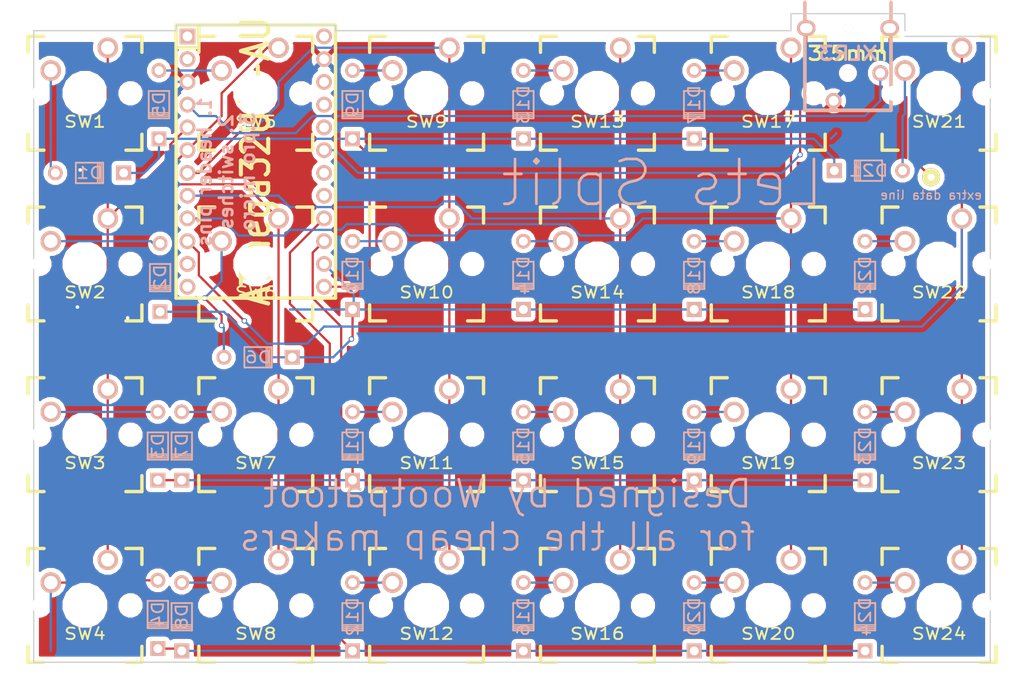
<source format=kicad_pcb>
(kicad_pcb (version 20171130) (host pcbnew "(5.1.12)-1")
  (layers (0 F.Cu signal) (31 B.Cu signal) (34 B.Paste user hide) (35 F.Paste user hide) (36 B.SilkS user hide) (37 F.SilkS user hide) (38 B.Mask user hide) (39 F.Mask user hide) (44 Edge.Cuts user))
  (net 0 "")
  (net 1 "Net-(D1-Pad1)")
  (net 2 row0)
  (net 3 "Net-(D2-Pad1)")
  (net 4 "Net-(D3-Pad1)")
  (net 5 row2)
  (net 6 "Net-(D4-Pad1)")
  (net 7 row3)
  (net 8 "Net-(D5-Pad1)")
  (net 9 "Net-(D6-Pad1)")
  (net 10 "Net-(D7-Pad1)")
  (net 11 "Net-(D8-Pad1)")
  (net 12 "Net-(D9-Pad1)")
  (net 13 "Net-(D10-Pad1)")
  (net 14 "Net-(D11-Pad1)")
  (net 15 "Net-(D12-Pad1)")
  (net 16 "Net-(D13-Pad1)")
  (net 17 "Net-(D14-Pad1)")
  (net 18 "Net-(D15-Pad1)")
  (net 19 "Net-(D16-Pad1)")
  (net 20 "Net-(D17-Pad1)")
  (net 21 "Net-(D18-Pad1)")
  (net 22 "Net-(D19-Pad1)")
  (net 23 "Net-(D20-Pad1)")
  (net 24 "Net-(D21-Pad1)")
  (net 25 "Net-(D22-Pad1)")
  (net 26 "Net-(D23-Pad1)")
  (net 27 "Net-(D24-Pad1)")
  (net 28 col0)
  (net 29 col1)
  (net 30 col2)
  (net 31 col3)
  (net 32 col4)
  (net 33 col5)
  (net 34 "Net-(U1-Pad1)")
  (net 35 "Net-(U1-Pad11)")
  (net 36 "Net-(U1-Pad12)")
  (net 37 row1)
  (net 38 "Net-(U1-Pad22)")
  (net 39 data)
  (net 40 "Net-(U1-Pad25)")
  (net 41 "Net-(U1-Pad26)")
  (net 42 "Net-(U1-Pad29)")
  (net 43 VCC)
  (net 44 GND)
  (net 45 "Net-(U1-Pad23)")
  (net 46 "Net-(U1-Pad2)")
  (net 47 "Net-(K1-Pad4)")
  (net 48 "Net-(U1-Pad27)")
  (module footprint:TEENSY_2.0 (layer F.Cu) (at 59.69 48.26 270)
    (fp_text reference U1 hide)
    (fp_text value ATmega32U4-AU (at 0 0 270) (layer F.SilkS) (effects (font (size 3.048 2.54) (thickness 0.4572))))
    (pad 1 thru_hole rect (at -13.97 7.62 270) (size 1.7526 1.7526) (drill 1.0922) (layers *.Cu *.SilkS *.Mask) (net 34 "Net-(U1-Pad1)"))
    (pad 2 thru_hole circle (at -11.43 7.62 270) (size 1.7526 1.7526) (drill 1.0922) (layers *.Cu *.SilkS *.Mask) (net 46 "Net-(U1-Pad2)"))
    (pad 3 thru_hole circle (at -8.89 7.62 270) (size 1.7526 1.7526) (drill 1.0922) (layers *.Cu *.SilkS *.Mask) (net 44 GND))
    (pad 4 thru_hole circle (at -6.35 7.62 270) (size 1.7526 1.7526) (drill 1.0922) (layers *.Cu *.SilkS *.Mask) (net 43 VCC))
    (pad 5 thru_hole circle (at -3.81 7.62 270) (size 1.7526 1.7526) (drill 1.0922) (layers *.Cu *.SilkS *.Mask) (net 28 col0))
    (pad 6 thru_hole circle (at -1.27 7.62 270) (size 1.7526 1.7526) (drill 1.0922) (layers *.Cu *.SilkS *.Mask) (net 29 col1))
    (pad 7 thru_hole circle (at 1.27 7.62 270) (size 1.7526 1.7526) (drill 1.0922) (layers *.Cu *.SilkS *.Mask) (net 30 col2))
    (pad 8 thru_hole circle (at 3.81 7.62 270) (size 1.7526 1.7526) (drill 1.0922) (layers *.Cu *.SilkS *.Mask) (net 31 col3))
    (pad 9 thru_hole circle (at 6.35 7.62 270) (size 1.7526 1.7526) (drill 1.0922) (layers *.Cu *.SilkS *.Mask) (net 32 col4))
    (pad 10 thru_hole circle (at 8.89 7.62 270) (size 1.7526 1.7526) (drill 1.0922) (layers *.Cu *.SilkS *.Mask) (net 33 col5))
    (pad 11 thru_hole circle (at 11.43 7.62 270) (size 1.7526 1.7526) (drill 1.0922) (layers *.Cu *.SilkS *.Mask) (net 35 "Net-(U1-Pad11)"))
    (pad 12 thru_hole circle (at 13.97 7.62 270) (size 1.7526 1.7526) (drill 1.0922) (layers *.Cu *.SilkS *.Mask) (net 36 "Net-(U1-Pad12)"))
    (pad 18 thru_hole circle (at 13.97 -7.62 270) (size 1.7526 1.7526) (drill 1.0922) (layers *.Cu *.SilkS *.Mask) (net 2 row0))
    (pad 19 thru_hole circle (at 11.43 -7.62 270) (size 1.7526 1.7526) (drill 1.0922) (layers *.Cu *.SilkS *.Mask) (net 37 row1))
    (pad 20 thru_hole circle (at 8.89 -7.62 270) (size 1.7526 1.7526) (drill 1.0922) (layers *.Cu *.SilkS *.Mask) (net 5 row2))
    (pad 21 thru_hole circle (at 6.35 -7.62 270) (size 1.7526 1.7526) (drill 1.0922) (layers *.Cu *.SilkS *.Mask) (net 7 row3))
    (pad 22 thru_hole circle (at 3.81 -7.62 270) (size 1.7526 1.7526) (drill 1.0922) (layers *.Cu *.SilkS *.Mask) (net 38 "Net-(U1-Pad22)"))
    (pad 23 thru_hole circle (at 1.27 -7.62 270) (size 1.7526 1.7526) (drill 1.0922) (layers *.Cu *.SilkS *.Mask) (net 45 "Net-(U1-Pad23)"))
    (pad 24 thru_hole circle (at -1.27 -7.62 270) (size 1.7526 1.7526) (drill 1.0922) (layers *.Cu *.SilkS *.Mask) (net 39 data))
    (pad 27 thru_hole circle (at -8.89 -7.62 270) (size 1.7526 1.7526) (drill 1.0922) (layers *.Cu *.SilkS *.Mask) (net 48 "Net-(U1-Pad27)"))
    (pad 28 thru_hole circle (at -11.43 -7.62 270) (size 1.7526 1.7526) (drill 1.0922) (layers *.Cu *.SilkS *.Mask) (net 44 GND))
    (pad 29 thru_hole circle (at -13.97 -7.62 270) (size 1.7526 1.7526) (drill 1.0922) (layers *.Cu *.SilkS *.Mask) (net 42 "Net-(U1-Pad29)"))
    (pad 25 thru_hole circle (at -3.81 -7.62 270) (size 1.7526 1.7526) (drill 1.0922) (layers *.Cu *.SilkS *.Mask) (net 40 "Net-(U1-Pad25)"))
    (pad 26 thru_hole circle (at -6.35 -7.62 270) (size 1.7526 1.7526) (drill 1.0922) (layers *.Cu *.SilkS *.Mask) (net 41 "Net-(U1-Pad26)"))
  )
  (module "cherry mx:CHERRY_PCB_100H" (layer F.Cu) (at 59.69 40.64)
    (fp_text reference SW5 (at 0 3.175) (layer F.SilkS) (effects (font (size 1.27 1.524) (thickness 0.2032))))
    (fp_text value SW_PUSH hide)
    (pad 1 thru_hole circle (at 2.54 -5.08) (size 2.286 2.286) (drill 1.4986) (layers *.Cu *.SilkS *.Mask) (net 29 col1))
    (pad 2 thru_hole circle (at -3.81 -2.54) (size 2.286 2.286) (drill 1.4986) (layers *.Cu *.SilkS *.Mask) (net 8 "Net-(D5-Pad1)"))
    (pad HOLE np_thru_hole circle (at 0 0) (size 3.9878 3.9878) (drill 3.9878) (layers *.Cu))
    (pad HOLE np_thru_hole circle (at -5.08 0) (size 1.7018 1.7018) (drill 1.7018) (layers *.Cu))
    (pad HOLE np_thru_hole circle (at 5.08 0) (size 1.7018 1.7018) (drill 1.7018) (layers *.Cu))
  )
  (module "cherry mx:DIODE" (layer B.Cu) (at 41.148 49.53)
    (fp_text reference D1 (at 0 0) (layer B.SilkS) (effects (font (size 1.27 1.524) (thickness 0.2032)) (justify mirror)))
    (fp_text value D hide)
    (pad 1 thru_hole circle (at -3.81 0) (size 1.651 1.651) (drill 0.9906) (layers *.Cu *.SilkS *.Mask) (net 1 "Net-(D1-Pad1)"))
    (pad 2 thru_hole rect (at 3.81 0) (size 1.651 1.651) (drill 0.9906) (layers *.Cu *.SilkS *.Mask) (net 2 row0))
  )
  (module "cherry mx:DIODE" (layer B.Cu) (at 49.022 61.214 270)
    (fp_text reference D2 (at 0 0 270) (layer B.SilkS) (effects (font (size 1.27 1.524) (thickness 0.2032)) (justify mirror)))
    (fp_text value D hide)
    (pad 1 thru_hole circle (at -3.81 0 270) (size 1.651 1.651) (drill 0.9906) (layers *.Cu *.SilkS *.Mask) (net 3 "Net-(D2-Pad1)"))
    (pad 2 thru_hole rect (at 3.81 0 270) (size 1.651 1.651) (drill 0.9906) (layers *.Cu *.SilkS *.Mask) (net 37 row1))
  )
  (module "cherry mx:DIODE" (layer B.Cu) (at 48.768 80.01 270)
    (fp_text reference D3 (at 0 0 270) (layer B.SilkS) (effects (font (size 1.27 1.524) (thickness 0.2032)) (justify mirror)))
    (fp_text value D hide)
    (pad 1 thru_hole circle (at -3.81 0 270) (size 1.651 1.651) (drill 0.9906) (layers *.Cu *.SilkS *.Mask) (net 4 "Net-(D3-Pad1)"))
    (pad 2 thru_hole rect (at 3.81 0 270) (size 1.651 1.651) (drill 0.9906) (layers *.Cu *.SilkS *.Mask) (net 5 row2))
  )
  (module "cherry mx:DIODE" (layer B.Cu) (at 48.768 98.806 270)
    (fp_text reference D4 (at 0 0 270) (layer B.SilkS) (effects (font (size 1.27 1.524) (thickness 0.2032)) (justify mirror)))
    (fp_text value D hide)
    (pad 1 thru_hole circle (at -3.81 0 270) (size 1.651 1.651) (drill 0.9906) (layers *.Cu *.SilkS *.Mask) (net 6 "Net-(D4-Pad1)"))
    (pad 2 thru_hole rect (at 3.81 0 270) (size 1.651 1.651) (drill 0.9906) (layers *.Cu *.SilkS *.Mask) (net 7 row3))
  )
  (module "cherry mx:DIODE" (layer B.Cu) (at 48.895 41.91 270)
    (fp_text reference D5 (at 0 0 270) (layer B.SilkS) (effects (font (size 1.27 1.524) (thickness 0.2032)) (justify mirror)))
    (fp_text value D hide)
    (pad 1 thru_hole circle (at -3.81 0 270) (size 1.651 1.651) (drill 0.9906) (layers *.Cu *.SilkS *.Mask) (net 8 "Net-(D5-Pad1)"))
    (pad 2 thru_hole rect (at 3.81 0 270) (size 1.651 1.651) (drill 0.9906) (layers *.Cu *.SilkS *.Mask) (net 2 row0))
  )
  (module "cherry mx:DIODE" (layer B.Cu) (at 59.944 70.104)
    (fp_text reference D6 (at 0 0) (layer B.SilkS) (effects (font (size 1.27 1.524) (thickness 0.2032)) (justify mirror)))
    (fp_text value D hide)
    (pad 1 thru_hole circle (at -3.81 0) (size 1.651 1.651) (drill 0.9906) (layers *.Cu *.SilkS *.Mask) (net 9 "Net-(D6-Pad1)"))
    (pad 2 thru_hole rect (at 3.81 0) (size 1.651 1.651) (drill 0.9906) (layers *.Cu *.SilkS *.Mask) (net 37 row1))
  )
  (module "cherry mx:DIODE" (layer B.Cu) (at 51.435 80.01 270)
    (fp_text reference D7 (at 0 0 270) (layer B.SilkS) (effects (font (size 1.27 1.524) (thickness 0.2032)) (justify mirror)))
    (fp_text value D hide)
    (pad 1 thru_hole circle (at -3.81 0 270) (size 1.651 1.651) (drill 0.9906) (layers *.Cu *.SilkS *.Mask) (net 10 "Net-(D7-Pad1)"))
    (pad 2 thru_hole rect (at 3.81 0 270) (size 1.651 1.651) (drill 0.9906) (layers *.Cu *.SilkS *.Mask) (net 5 row2))
  )
  (module "cherry mx:DIODE" (layer B.Cu) (at 51.435 99.06 270)
    (fp_text reference D8 (at 0 0 270) (layer B.SilkS) (effects (font (size 1.27 1.524) (thickness 0.2032)) (justify mirror)))
    (fp_text value D hide)
    (pad 1 thru_hole circle (at -3.81 0 270) (size 1.651 1.651) (drill 0.9906) (layers *.Cu *.SilkS *.Mask) (net 11 "Net-(D8-Pad1)"))
    (pad 2 thru_hole rect (at 3.81 0 270) (size 1.651 1.651) (drill 0.9906) (layers *.Cu *.SilkS *.Mask) (net 7 row3))
  )
  (module "cherry mx:DIODE" (layer B.Cu) (at 70.485 41.91 270)
    (fp_text reference D9 (at 0 0 270) (layer B.SilkS) (effects (font (size 1.27 1.524) (thickness 0.2032)) (justify mirror)))
    (fp_text value D hide)
    (pad 1 thru_hole circle (at -3.81 0 270) (size 1.651 1.651) (drill 0.9906) (layers *.Cu *.SilkS *.Mask) (net 12 "Net-(D9-Pad1)"))
    (pad 2 thru_hole rect (at 3.81 0 270) (size 1.651 1.651) (drill 0.9906) (layers *.Cu *.SilkS *.Mask) (net 2 row0))
  )
  (module "cherry mx:DIODE" (layer B.Cu) (at 70.485 60.96 270)
    (fp_text reference D10 (at 0 0 270) (layer B.SilkS) (effects (font (size 1.27 1.524) (thickness 0.2032)) (justify mirror)))
    (fp_text value D hide)
    (pad 1 thru_hole circle (at -3.81 0 270) (size 1.651 1.651) (drill 0.9906) (layers *.Cu *.SilkS *.Mask) (net 13 "Net-(D10-Pad1)"))
    (pad 2 thru_hole rect (at 3.81 0 270) (size 1.651 1.651) (drill 0.9906) (layers *.Cu *.SilkS *.Mask) (net 37 row1))
  )
  (module "cherry mx:DIODE" (layer B.Cu) (at 70.485 80.01 270)
    (fp_text reference D11 (at 0 0 270) (layer B.SilkS) (effects (font (size 1.27 1.524) (thickness 0.2032)) (justify mirror)))
    (fp_text value D hide)
    (pad 1 thru_hole circle (at -3.81 0 270) (size 1.651 1.651) (drill 0.9906) (layers *.Cu *.SilkS *.Mask) (net 14 "Net-(D11-Pad1)"))
    (pad 2 thru_hole rect (at 3.81 0 270) (size 1.651 1.651) (drill 0.9906) (layers *.Cu *.SilkS *.Mask) (net 5 row2))
  )
  (module "cherry mx:DIODE" (layer B.Cu) (at 70.485 99.06 270)
    (fp_text reference D12 (at 0 0 270) (layer B.SilkS) (effects (font (size 1.27 1.524) (thickness 0.2032)) (justify mirror)))
    (fp_text value D hide)
    (pad 1 thru_hole circle (at -3.81 0 270) (size 1.651 1.651) (drill 0.9906) (layers *.Cu *.SilkS *.Mask) (net 15 "Net-(D12-Pad1)"))
    (pad 2 thru_hole rect (at 3.81 0 270) (size 1.651 1.651) (drill 0.9906) (layers *.Cu *.SilkS *.Mask) (net 7 row3))
  )
  (module "cherry mx:DIODE" (layer B.Cu) (at 89.535 41.91 270)
    (fp_text reference D13 (at 0 0 270) (layer B.SilkS) (effects (font (size 1.27 1.524) (thickness 0.2032)) (justify mirror)))
    (fp_text value D hide)
    (pad 1 thru_hole circle (at -3.81 0 270) (size 1.651 1.651) (drill 0.9906) (layers *.Cu *.SilkS *.Mask) (net 16 "Net-(D13-Pad1)"))
    (pad 2 thru_hole rect (at 3.81 0 270) (size 1.651 1.651) (drill 0.9906) (layers *.Cu *.SilkS *.Mask) (net 2 row0))
  )
  (module "cherry mx:DIODE" (layer B.Cu) (at 89.535 60.96 270)
    (fp_text reference D14 (at 0 0 270) (layer B.SilkS) (effects (font (size 1.27 1.524) (thickness 0.2032)) (justify mirror)))
    (fp_text value D hide)
    (pad 1 thru_hole circle (at -3.81 0 270) (size 1.651 1.651) (drill 0.9906) (layers *.Cu *.SilkS *.Mask) (net 17 "Net-(D14-Pad1)"))
    (pad 2 thru_hole rect (at 3.81 0 270) (size 1.651 1.651) (drill 0.9906) (layers *.Cu *.SilkS *.Mask) (net 37 row1))
  )
  (module "cherry mx:DIODE" (layer B.Cu) (at 89.535 80.01 270)
    (fp_text reference D15 (at 0 0 270) (layer B.SilkS) (effects (font (size 1.27 1.524) (thickness 0.2032)) (justify mirror)))
    (fp_text value D hide)
    (pad 1 thru_hole circle (at -3.81 0 270) (size 1.651 1.651) (drill 0.9906) (layers *.Cu *.SilkS *.Mask) (net 18 "Net-(D15-Pad1)"))
    (pad 2 thru_hole rect (at 3.81 0 270) (size 1.651 1.651) (drill 0.9906) (layers *.Cu *.SilkS *.Mask) (net 5 row2))
  )
  (module "cherry mx:DIODE" (layer B.Cu) (at 89.535 99.06 270)
    (fp_text reference D16 (at 0 0 270) (layer B.SilkS) (effects (font (size 1.27 1.524) (thickness 0.2032)) (justify mirror)))
    (fp_text value D hide)
    (pad 1 thru_hole circle (at -3.81 0 270) (size 1.651 1.651) (drill 0.9906) (layers *.Cu *.SilkS *.Mask) (net 19 "Net-(D16-Pad1)"))
    (pad 2 thru_hole rect (at 3.81 0 270) (size 1.651 1.651) (drill 0.9906) (layers *.Cu *.SilkS *.Mask) (net 7 row3))
  )
  (module "cherry mx:DIODE" (layer B.Cu) (at 108.585 41.91 270)
    (fp_text reference D17 (at 0 0 270) (layer B.SilkS) (effects (font (size 1.27 1.524) (thickness 0.2032)) (justify mirror)))
    (fp_text value D hide)
    (pad 1 thru_hole circle (at -3.81 0 270) (size 1.651 1.651) (drill 0.9906) (layers *.Cu *.SilkS *.Mask) (net 20 "Net-(D17-Pad1)"))
    (pad 2 thru_hole rect (at 3.81 0 270) (size 1.651 1.651) (drill 0.9906) (layers *.Cu *.SilkS *.Mask) (net 2 row0))
  )
  (module "cherry mx:DIODE" (layer B.Cu) (at 108.585 60.96 270)
    (fp_text reference D18 (at 0 0 270) (layer B.SilkS) (effects (font (size 1.27 1.524) (thickness 0.2032)) (justify mirror)))
    (fp_text value D hide)
    (pad 1 thru_hole circle (at -3.81 0 270) (size 1.651 1.651) (drill 0.9906) (layers *.Cu *.SilkS *.Mask) (net 21 "Net-(D18-Pad1)"))
    (pad 2 thru_hole rect (at 3.81 0 270) (size 1.651 1.651) (drill 0.9906) (layers *.Cu *.SilkS *.Mask) (net 37 row1))
  )
  (module "cherry mx:DIODE" (layer B.Cu) (at 108.585 80.01 270)
    (fp_text reference D19 (at 0 0 270) (layer B.SilkS) (effects (font (size 1.27 1.524) (thickness 0.2032)) (justify mirror)))
    (fp_text value D hide)
    (pad 1 thru_hole circle (at -3.81 0 270) (size 1.651 1.651) (drill 0.9906) (layers *.Cu *.SilkS *.Mask) (net 22 "Net-(D19-Pad1)"))
    (pad 2 thru_hole rect (at 3.81 0 270) (size 1.651 1.651) (drill 0.9906) (layers *.Cu *.SilkS *.Mask) (net 5 row2))
  )
  (module "cherry mx:DIODE" (layer B.Cu) (at 108.585 99.06 270)
    (fp_text reference D20 (at 0 0 270) (layer B.SilkS) (effects (font (size 1.27 1.524) (thickness 0.2032)) (justify mirror)))
    (fp_text value D hide)
    (pad 1 thru_hole circle (at -3.81 0 270) (size 1.651 1.651) (drill 0.9906) (layers *.Cu *.SilkS *.Mask) (net 23 "Net-(D20-Pad1)"))
    (pad 2 thru_hole rect (at 3.81 0 270) (size 1.651 1.651) (drill 0.9906) (layers *.Cu *.SilkS *.Mask) (net 7 row3))
  )
  (module "cherry mx:DIODE" (layer B.Cu) (at 128.016 49.276 180)
    (fp_text reference D21 (at 0 0 180) (layer B.SilkS) (effects (font (size 1.27 1.524) (thickness 0.2032)) (justify mirror)))
    (fp_text value D hide)
    (pad 1 thru_hole circle (at -3.81 0 180) (size 1.651 1.651) (drill 0.9906) (layers *.Cu *.SilkS *.Mask) (net 24 "Net-(D21-Pad1)"))
    (pad 2 thru_hole rect (at 3.81 0 180) (size 1.651 1.651) (drill 0.9906) (layers *.Cu *.SilkS *.Mask) (net 2 row0))
  )
  (module "cherry mx:DIODE" (layer B.Cu) (at 127.635 60.96 270)
    (fp_text reference D22 (at 0 0 270) (layer B.SilkS) (effects (font (size 1.27 1.524) (thickness 0.2032)) (justify mirror)))
    (fp_text value D hide)
    (pad 1 thru_hole circle (at -3.81 0 270) (size 1.651 1.651) (drill 0.9906) (layers *.Cu *.SilkS *.Mask) (net 25 "Net-(D22-Pad1)"))
    (pad 2 thru_hole rect (at 3.81 0 270) (size 1.651 1.651) (drill 0.9906) (layers *.Cu *.SilkS *.Mask) (net 37 row1))
  )
  (module "cherry mx:DIODE" (layer B.Cu) (at 127.635 80.01 270)
    (fp_text reference D23 (at 0 0 270) (layer B.SilkS) (effects (font (size 1.27 1.524) (thickness 0.2032)) (justify mirror)))
    (fp_text value D hide)
    (pad 1 thru_hole circle (at -3.81 0 270) (size 1.651 1.651) (drill 0.9906) (layers *.Cu *.SilkS *.Mask) (net 26 "Net-(D23-Pad1)"))
    (pad 2 thru_hole rect (at 3.81 0 270) (size 1.651 1.651) (drill 0.9906) (layers *.Cu *.SilkS *.Mask) (net 5 row2))
  )
  (module "cherry mx:DIODE" (layer B.Cu) (at 127.635 99.06 270)
    (fp_text reference D24 (at 0 0 270) (layer B.SilkS) (effects (font (size 1.27 1.524) (thickness 0.2032)) (justify mirror)))
    (fp_text value D hide)
    (pad 1 thru_hole circle (at -3.81 0 270) (size 1.651 1.651) (drill 0.9906) (layers *.Cu *.SilkS *.Mask) (net 27 "Net-(D24-Pad1)"))
    (pad 2 thru_hole rect (at 3.81 0 270) (size 1.651 1.651) (drill 0.9906) (layers *.Cu *.SilkS *.Mask) (net 7 row3))
  )
  (module "cherry mx:CHERRY_PCB_100H" (layer F.Cu) (at 40.64 40.64)
    (fp_text reference SW1 (at 0 3.175) (layer F.SilkS) (effects (font (size 1.27 1.524) (thickness 0.2032))))
    (fp_text value SW_PUSH hide)
    (pad 1 thru_hole circle (at 2.54 -5.08) (size 2.286 2.286) (drill 1.4986) (layers *.Cu *.SilkS *.Mask) (net 28 col0))
    (pad 2 thru_hole circle (at -3.81 -2.54) (size 2.286 2.286) (drill 1.4986) (layers *.Cu *.SilkS *.Mask) (net 1 "Net-(D1-Pad1)"))
    (pad HOLE np_thru_hole circle (at 0 0) (size 3.9878 3.9878) (drill 3.9878) (layers *.Cu))
    (pad HOLE np_thru_hole circle (at -5.08 0) (size 1.7018 1.7018) (drill 1.7018) (layers *.Cu))
    (pad HOLE np_thru_hole circle (at 5.08 0) (size 1.7018 1.7018) (drill 1.7018) (layers *.Cu))
  )
  (module "cherry mx:CHERRY_PCB_100H" (layer F.Cu) (at 40.64 59.69)
    (fp_text reference SW2 (at 0 3.175) (layer F.SilkS) (effects (font (size 1.27 1.524) (thickness 0.2032))))
    (fp_text value SW_PUSH hide)
    (pad 1 thru_hole circle (at 2.54 -5.08) (size 2.286 2.286) (drill 1.4986) (layers *.Cu *.SilkS *.Mask) (net 28 col0))
    (pad 2 thru_hole circle (at -3.81 -2.54) (size 2.286 2.286) (drill 1.4986) (layers *.Cu *.SilkS *.Mask) (net 3 "Net-(D2-Pad1)"))
    (pad HOLE np_thru_hole circle (at 0 0) (size 3.9878 3.9878) (drill 3.9878) (layers *.Cu))
    (pad HOLE np_thru_hole circle (at -5.08 0) (size 1.7018 1.7018) (drill 1.7018) (layers *.Cu))
    (pad HOLE np_thru_hole circle (at 5.08 0) (size 1.7018 1.7018) (drill 1.7018) (layers *.Cu))
  )
  (module "cherry mx:CHERRY_PCB_100H" (layer F.Cu) (at 40.64 78.74)
    (fp_text reference SW3 (at 0 3.175) (layer F.SilkS) (effects (font (size 1.27 1.524) (thickness 0.2032))))
    (fp_text value SW_PUSH hide)
    (pad 1 thru_hole circle (at 2.54 -5.08) (size 2.286 2.286) (drill 1.4986) (layers *.Cu *.SilkS *.Mask) (net 28 col0))
    (pad 2 thru_hole circle (at -3.81 -2.54) (size 2.286 2.286) (drill 1.4986) (layers *.Cu *.SilkS *.Mask) (net 4 "Net-(D3-Pad1)"))
    (pad HOLE np_thru_hole circle (at 0 0) (size 3.9878 3.9878) (drill 3.9878) (layers *.Cu))
    (pad HOLE np_thru_hole circle (at -5.08 0) (size 1.7018 1.7018) (drill 1.7018) (layers *.Cu))
    (pad HOLE np_thru_hole circle (at 5.08 0) (size 1.7018 1.7018) (drill 1.7018) (layers *.Cu))
  )
  (module "cherry mx:CHERRY_PCB_100H" (layer F.Cu) (at 40.64 97.79)
    (fp_text reference SW4 (at 0 3.175) (layer F.SilkS) (effects (font (size 1.27 1.524) (thickness 0.2032))))
    (fp_text value SW_PUSH hide)
    (pad 1 thru_hole circle (at 2.54 -5.08) (size 2.286 2.286) (drill 1.4986) (layers *.Cu *.SilkS *.Mask) (net 28 col0))
    (pad 2 thru_hole circle (at -3.81 -2.54) (size 2.286 2.286) (drill 1.4986) (layers *.Cu *.SilkS *.Mask) (net 6 "Net-(D4-Pad1)"))
    (pad HOLE np_thru_hole circle (at 0 0) (size 3.9878 3.9878) (drill 3.9878) (layers *.Cu))
    (pad HOLE np_thru_hole circle (at -5.08 0) (size 1.7018 1.7018) (drill 1.7018) (layers *.Cu))
    (pad HOLE np_thru_hole circle (at 5.08 0) (size 1.7018 1.7018) (drill 1.7018) (layers *.Cu))
  )
  (module "cherry mx:CHERRY_PCB_100H" (layer F.Cu) (at 59.69 59.69)
    (fp_text reference SW6 (at 0 3.175) (layer F.SilkS) (effects (font (size 1.27 1.524) (thickness 0.2032))))
    (fp_text value SW_PUSH hide)
    (pad 1 thru_hole circle (at 2.54 -5.08) (size 2.286 2.286) (drill 1.4986) (layers *.Cu *.SilkS *.Mask) (net 29 col1))
    (pad 2 thru_hole circle (at -3.81 -2.54) (size 2.286 2.286) (drill 1.4986) (layers *.Cu *.SilkS *.Mask) (net 9 "Net-(D6-Pad1)"))
    (pad HOLE np_thru_hole circle (at 0 0) (size 3.9878 3.9878) (drill 3.9878) (layers *.Cu))
    (pad HOLE np_thru_hole circle (at -5.08 0) (size 1.7018 1.7018) (drill 1.7018) (layers *.Cu))
    (pad HOLE np_thru_hole circle (at 5.08 0) (size 1.7018 1.7018) (drill 1.7018) (layers *.Cu))
  )
  (module "cherry mx:CHERRY_PCB_100H" (layer F.Cu) (at 59.69 78.74)
    (fp_text reference SW7 (at 0 3.175) (layer F.SilkS) (effects (font (size 1.27 1.524) (thickness 0.2032))))
    (fp_text value SW_PUSH hide)
    (pad 1 thru_hole circle (at 2.54 -5.08) (size 2.286 2.286) (drill 1.4986) (layers *.Cu *.SilkS *.Mask) (net 29 col1))
    (pad 2 thru_hole circle (at -3.81 -2.54) (size 2.286 2.286) (drill 1.4986) (layers *.Cu *.SilkS *.Mask) (net 10 "Net-(D7-Pad1)"))
    (pad HOLE np_thru_hole circle (at 0 0) (size 3.9878 3.9878) (drill 3.9878) (layers *.Cu))
    (pad HOLE np_thru_hole circle (at -5.08 0) (size 1.7018 1.7018) (drill 1.7018) (layers *.Cu))
    (pad HOLE np_thru_hole circle (at 5.08 0) (size 1.7018 1.7018) (drill 1.7018) (layers *.Cu))
  )
  (module "cherry mx:CHERRY_PCB_100H" (layer F.Cu) (at 59.69 97.79)
    (fp_text reference SW8 (at 0 3.175) (layer F.SilkS) (effects (font (size 1.27 1.524) (thickness 0.2032))))
    (fp_text value SW_PUSH hide)
    (pad 1 thru_hole circle (at 2.54 -5.08) (size 2.286 2.286) (drill 1.4986) (layers *.Cu *.SilkS *.Mask) (net 29 col1))
    (pad 2 thru_hole circle (at -3.81 -2.54) (size 2.286 2.286) (drill 1.4986) (layers *.Cu *.SilkS *.Mask) (net 11 "Net-(D8-Pad1)"))
    (pad HOLE np_thru_hole circle (at 0 0) (size 3.9878 3.9878) (drill 3.9878) (layers *.Cu))
    (pad HOLE np_thru_hole circle (at -5.08 0) (size 1.7018 1.7018) (drill 1.7018) (layers *.Cu))
    (pad HOLE np_thru_hole circle (at 5.08 0) (size 1.7018 1.7018) (drill 1.7018) (layers *.Cu))
  )
  (module "cherry mx:CHERRY_PCB_100H" (layer F.Cu) (at 78.74 40.64)
    (fp_text reference SW9 (at 0 3.175) (layer F.SilkS) (effects (font (size 1.27 1.524) (thickness 0.2032))))
    (fp_text value SW_PUSH hide)
    (pad 1 thru_hole circle (at 2.54 -5.08) (size 2.286 2.286) (drill 1.4986) (layers *.Cu *.SilkS *.Mask) (net 30 col2))
    (pad 2 thru_hole circle (at -3.81 -2.54) (size 2.286 2.286) (drill 1.4986) (layers *.Cu *.SilkS *.Mask) (net 12 "Net-(D9-Pad1)"))
    (pad HOLE np_thru_hole circle (at 0 0) (size 3.9878 3.9878) (drill 3.9878) (layers *.Cu))
    (pad HOLE np_thru_hole circle (at -5.08 0) (size 1.7018 1.7018) (drill 1.7018) (layers *.Cu))
    (pad HOLE np_thru_hole circle (at 5.08 0) (size 1.7018 1.7018) (drill 1.7018) (layers *.Cu))
  )
  (module "cherry mx:CHERRY_PCB_100H" (layer F.Cu) (at 78.74 59.69)
    (fp_text reference SW10 (at 0 3.175) (layer F.SilkS) (effects (font (size 1.27 1.524) (thickness 0.2032))))
    (fp_text value SW_PUSH hide)
    (pad 1 thru_hole circle (at 2.54 -5.08) (size 2.286 2.286) (drill 1.4986) (layers *.Cu *.SilkS *.Mask) (net 30 col2))
    (pad 2 thru_hole circle (at -3.81 -2.54) (size 2.286 2.286) (drill 1.4986) (layers *.Cu *.SilkS *.Mask) (net 13 "Net-(D10-Pad1)"))
    (pad HOLE np_thru_hole circle (at 0 0) (size 3.9878 3.9878) (drill 3.9878) (layers *.Cu))
    (pad HOLE np_thru_hole circle (at -5.08 0) (size 1.7018 1.7018) (drill 1.7018) (layers *.Cu))
    (pad HOLE np_thru_hole circle (at 5.08 0) (size 1.7018 1.7018) (drill 1.7018) (layers *.Cu))
  )
  (module "cherry mx:CHERRY_PCB_100H" (layer F.Cu) (at 78.74 78.74)
    (fp_text reference SW11 (at 0 3.175) (layer F.SilkS) (effects (font (size 1.27 1.524) (thickness 0.2032))))
    (fp_text value SW_PUSH hide)
    (pad 1 thru_hole circle (at 2.54 -5.08) (size 2.286 2.286) (drill 1.4986) (layers *.Cu *.SilkS *.Mask) (net 30 col2))
    (pad 2 thru_hole circle (at -3.81 -2.54) (size 2.286 2.286) (drill 1.4986) (layers *.Cu *.SilkS *.Mask) (net 14 "Net-(D11-Pad1)"))
    (pad HOLE np_thru_hole circle (at 0 0) (size 3.9878 3.9878) (drill 3.9878) (layers *.Cu))
    (pad HOLE np_thru_hole circle (at -5.08 0) (size 1.7018 1.7018) (drill 1.7018) (layers *.Cu))
    (pad HOLE np_thru_hole circle (at 5.08 0) (size 1.7018 1.7018) (drill 1.7018) (layers *.Cu))
  )
  (module "cherry mx:CHERRY_PCB_100H" (layer F.Cu) (at 78.74 97.79)
    (fp_text reference SW12 (at 0 3.175) (layer F.SilkS) (effects (font (size 1.27 1.524) (thickness 0.2032))))
    (fp_text value SW_PUSH hide)
    (pad 1 thru_hole circle (at 2.54 -5.08) (size 2.286 2.286) (drill 1.4986) (layers *.Cu *.SilkS *.Mask) (net 30 col2))
    (pad 2 thru_hole circle (at -3.81 -2.54) (size 2.286 2.286) (drill 1.4986) (layers *.Cu *.SilkS *.Mask) (net 15 "Net-(D12-Pad1)"))
    (pad HOLE np_thru_hole circle (at 0 0) (size 3.9878 3.9878) (drill 3.9878) (layers *.Cu))
    (pad HOLE np_thru_hole circle (at -5.08 0) (size 1.7018 1.7018) (drill 1.7018) (layers *.Cu))
    (pad HOLE np_thru_hole circle (at 5.08 0) (size 1.7018 1.7018) (drill 1.7018) (layers *.Cu))
  )
  (module "cherry mx:CHERRY_PCB_100H" (layer F.Cu) (at 97.79 40.64)
    (fp_text reference SW13 (at 0 3.175) (layer F.SilkS) (effects (font (size 1.27 1.524) (thickness 0.2032))))
    (fp_text value SW_PUSH hide)
    (pad 1 thru_hole circle (at 2.54 -5.08) (size 2.286 2.286) (drill 1.4986) (layers *.Cu *.SilkS *.Mask) (net 31 col3))
    (pad 2 thru_hole circle (at -3.81 -2.54) (size 2.286 2.286) (drill 1.4986) (layers *.Cu *.SilkS *.Mask) (net 16 "Net-(D13-Pad1)"))
    (pad HOLE np_thru_hole circle (at 0 0) (size 3.9878 3.9878) (drill 3.9878) (layers *.Cu))
    (pad HOLE np_thru_hole circle (at -5.08 0) (size 1.7018 1.7018) (drill 1.7018) (layers *.Cu))
    (pad HOLE np_thru_hole circle (at 5.08 0) (size 1.7018 1.7018) (drill 1.7018) (layers *.Cu))
  )
  (module "cherry mx:CHERRY_PCB_100H" (layer F.Cu) (at 97.79 59.69)
    (fp_text reference SW14 (at 0 3.175) (layer F.SilkS) (effects (font (size 1.27 1.524) (thickness 0.2032))))
    (fp_text value SW_PUSH hide)
    (pad 1 thru_hole circle (at 2.54 -5.08) (size 2.286 2.286) (drill 1.4986) (layers *.Cu *.SilkS *.Mask) (net 31 col3))
    (pad 2 thru_hole circle (at -3.81 -2.54) (size 2.286 2.286) (drill 1.4986) (layers *.Cu *.SilkS *.Mask) (net 17 "Net-(D14-Pad1)"))
    (pad HOLE np_thru_hole circle (at 0 0) (size 3.9878 3.9878) (drill 3.9878) (layers *.Cu))
    (pad HOLE np_thru_hole circle (at -5.08 0) (size 1.7018 1.7018) (drill 1.7018) (layers *.Cu))
    (pad HOLE np_thru_hole circle (at 5.08 0) (size 1.7018 1.7018) (drill 1.7018) (layers *.Cu))
  )
  (module "cherry mx:CHERRY_PCB_100H" (layer F.Cu) (at 97.79 78.74)
    (fp_text reference SW15 (at 0 3.175) (layer F.SilkS) (effects (font (size 1.27 1.524) (thickness 0.2032))))
    (fp_text value SW_PUSH hide)
    (pad 1 thru_hole circle (at 2.54 -5.08) (size 2.286 2.286) (drill 1.4986) (layers *.Cu *.SilkS *.Mask) (net 31 col3))
    (pad 2 thru_hole circle (at -3.81 -2.54) (size 2.286 2.286) (drill 1.4986) (layers *.Cu *.SilkS *.Mask) (net 18 "Net-(D15-Pad1)"))
    (pad HOLE np_thru_hole circle (at 0 0) (size 3.9878 3.9878) (drill 3.9878) (layers *.Cu))
    (pad HOLE np_thru_hole circle (at -5.08 0) (size 1.7018 1.7018) (drill 1.7018) (layers *.Cu))
    (pad HOLE np_thru_hole circle (at 5.08 0) (size 1.7018 1.7018) (drill 1.7018) (layers *.Cu))
  )
  (module "cherry mx:CHERRY_PCB_100H" (layer F.Cu) (at 97.79 97.79)
    (fp_text reference SW16 (at 0 3.175) (layer F.SilkS) (effects (font (size 1.27 1.524) (thickness 0.2032))))
    (fp_text value SW_PUSH hide)
    (pad 1 thru_hole circle (at 2.54 -5.08) (size 2.286 2.286) (drill 1.4986) (layers *.Cu *.SilkS *.Mask) (net 31 col3))
    (pad 2 thru_hole circle (at -3.81 -2.54) (size 2.286 2.286) (drill 1.4986) (layers *.Cu *.SilkS *.Mask) (net 19 "Net-(D16-Pad1)"))
    (pad HOLE np_thru_hole circle (at 0 0) (size 3.9878 3.9878) (drill 3.9878) (layers *.Cu))
    (pad HOLE np_thru_hole circle (at -5.08 0) (size 1.7018 1.7018) (drill 1.7018) (layers *.Cu))
    (pad HOLE np_thru_hole circle (at 5.08 0) (size 1.7018 1.7018) (drill 1.7018) (layers *.Cu))
  )
  (module "cherry mx:CHERRY_PCB_100H" (layer F.Cu) (at 116.84 40.64)
    (fp_text reference SW17 (at 0 3.175) (layer F.SilkS) (effects (font (size 1.27 1.524) (thickness 0.2032))))
    (fp_text value SW_PUSH hide)
    (pad 1 thru_hole circle (at 2.54 -5.08) (size 2.286 2.286) (drill 1.4986) (layers *.Cu *.SilkS *.Mask) (net 32 col4))
    (pad 2 thru_hole circle (at -3.81 -2.54) (size 2.286 2.286) (drill 1.4986) (layers *.Cu *.SilkS *.Mask) (net 20 "Net-(D17-Pad1)"))
    (pad HOLE np_thru_hole circle (at 0 0) (size 3.9878 3.9878) (drill 3.9878) (layers *.Cu))
    (pad HOLE np_thru_hole circle (at -5.08 0) (size 1.7018 1.7018) (drill 1.7018) (layers *.Cu))
    (pad HOLE np_thru_hole circle (at 5.08 0) (size 1.7018 1.7018) (drill 1.7018) (layers *.Cu))
  )
  (module "cherry mx:CHERRY_PCB_100H" (layer F.Cu) (at 116.84 59.69)
    (fp_text reference SW18 (at 0 3.175) (layer F.SilkS) (effects (font (size 1.27 1.524) (thickness 0.2032))))
    (fp_text value SW_PUSH hide)
    (pad 1 thru_hole circle (at 2.54 -5.08) (size 2.286 2.286) (drill 1.4986) (layers *.Cu *.SilkS *.Mask) (net 32 col4))
    (pad 2 thru_hole circle (at -3.81 -2.54) (size 2.286 2.286) (drill 1.4986) (layers *.Cu *.SilkS *.Mask) (net 21 "Net-(D18-Pad1)"))
    (pad HOLE np_thru_hole circle (at 0 0) (size 3.9878 3.9878) (drill 3.9878) (layers *.Cu))
    (pad HOLE np_thru_hole circle (at -5.08 0) (size 1.7018 1.7018) (drill 1.7018) (layers *.Cu))
    (pad HOLE np_thru_hole circle (at 5.08 0) (size 1.7018 1.7018) (drill 1.7018) (layers *.Cu))
  )
  (module "cherry mx:CHERRY_PCB_100H" (layer F.Cu) (at 116.84 78.74)
    (fp_text reference SW19 (at 0 3.175) (layer F.SilkS) (effects (font (size 1.27 1.524) (thickness 0.2032))))
    (fp_text value SW_PUSH hide)
    (pad 1 thru_hole circle (at 2.54 -5.08) (size 2.286 2.286) (drill 1.4986) (layers *.Cu *.SilkS *.Mask) (net 32 col4))
    (pad 2 thru_hole circle (at -3.81 -2.54) (size 2.286 2.286) (drill 1.4986) (layers *.Cu *.SilkS *.Mask) (net 22 "Net-(D19-Pad1)"))
    (pad HOLE np_thru_hole circle (at 0 0) (size 3.9878 3.9878) (drill 3.9878) (layers *.Cu))
    (pad HOLE np_thru_hole circle (at -5.08 0) (size 1.7018 1.7018) (drill 1.7018) (layers *.Cu))
    (pad HOLE np_thru_hole circle (at 5.08 0) (size 1.7018 1.7018) (drill 1.7018) (layers *.Cu))
  )
  (module "cherry mx:CHERRY_PCB_100H" (layer F.Cu) (at 116.84 97.79)
    (fp_text reference SW20 (at 0 3.175) (layer F.SilkS) (effects (font (size 1.27 1.524) (thickness 0.2032))))
    (fp_text value SW_PUSH hide)
    (pad 1 thru_hole circle (at 2.54 -5.08) (size 2.286 2.286) (drill 1.4986) (layers *.Cu *.SilkS *.Mask) (net 32 col4))
    (pad 2 thru_hole circle (at -3.81 -2.54) (size 2.286 2.286) (drill 1.4986) (layers *.Cu *.SilkS *.Mask) (net 23 "Net-(D20-Pad1)"))
    (pad HOLE np_thru_hole circle (at 0 0) (size 3.9878 3.9878) (drill 3.9878) (layers *.Cu))
    (pad HOLE np_thru_hole circle (at -5.08 0) (size 1.7018 1.7018) (drill 1.7018) (layers *.Cu))
    (pad HOLE np_thru_hole circle (at 5.08 0) (size 1.7018 1.7018) (drill 1.7018) (layers *.Cu))
  )
  (module "cherry mx:CHERRY_PCB_100H" (layer F.Cu) (at 135.89 40.64)
    (fp_text reference SW21 (at 0 3.175) (layer F.SilkS) (effects (font (size 1.27 1.524) (thickness 0.2032))))
    (fp_text value SW_PUSH hide)
    (pad 1 thru_hole circle (at 2.54 -5.08) (size 2.286 2.286) (drill 1.4986) (layers *.Cu *.SilkS *.Mask) (net 33 col5))
    (pad 2 thru_hole circle (at -3.81 -2.54) (size 2.286 2.286) (drill 1.4986) (layers *.Cu *.SilkS *.Mask) (net 24 "Net-(D21-Pad1)"))
    (pad HOLE np_thru_hole circle (at 0 0) (size 3.9878 3.9878) (drill 3.9878) (layers *.Cu))
    (pad HOLE np_thru_hole circle (at -5.08 0) (size 1.7018 1.7018) (drill 1.7018) (layers *.Cu))
    (pad HOLE np_thru_hole circle (at 5.08 0) (size 1.7018 1.7018) (drill 1.7018) (layers *.Cu))
  )
  (module "cherry mx:CHERRY_PCB_100H" (layer F.Cu) (at 135.89 59.69)
    (fp_text reference SW22 (at 0 3.175) (layer F.SilkS) (effects (font (size 1.27 1.524) (thickness 0.2032))))
    (fp_text value SW_PUSH hide)
    (pad 1 thru_hole circle (at 2.54 -5.08) (size 2.286 2.286) (drill 1.4986) (layers *.Cu *.SilkS *.Mask) (net 33 col5))
    (pad 2 thru_hole circle (at -3.81 -2.54) (size 2.286 2.286) (drill 1.4986) (layers *.Cu *.SilkS *.Mask) (net 25 "Net-(D22-Pad1)"))
    (pad HOLE np_thru_hole circle (at 0 0) (size 3.9878 3.9878) (drill 3.9878) (layers *.Cu))
    (pad HOLE np_thru_hole circle (at -5.08 0) (size 1.7018 1.7018) (drill 1.7018) (layers *.Cu))
    (pad HOLE np_thru_hole circle (at 5.08 0) (size 1.7018 1.7018) (drill 1.7018) (layers *.Cu))
  )
  (module "cherry mx:CHERRY_PCB_100H" (layer F.Cu) (at 135.89 78.74)
    (fp_text reference SW23 (at 0 3.175) (layer F.SilkS) (effects (font (size 1.27 1.524) (thickness 0.2032))))
    (fp_text value SW_PUSH hide)
    (pad 1 thru_hole circle (at 2.54 -5.08) (size 2.286 2.286) (drill 1.4986) (layers *.Cu *.SilkS *.Mask) (net 33 col5))
    (pad 2 thru_hole circle (at -3.81 -2.54) (size 2.286 2.286) (drill 1.4986) (layers *.Cu *.SilkS *.Mask) (net 26 "Net-(D23-Pad1)"))
    (pad HOLE np_thru_hole circle (at 0 0) (size 3.9878 3.9878) (drill 3.9878) (layers *.Cu))
    (pad HOLE np_thru_hole circle (at -5.08 0) (size 1.7018 1.7018) (drill 1.7018) (layers *.Cu))
    (pad HOLE np_thru_hole circle (at 5.08 0) (size 1.7018 1.7018) (drill 1.7018) (layers *.Cu))
  )
  (module "cherry mx:CHERRY_PCB_100H" (layer F.Cu) (at 135.89 97.79)
    (fp_text reference SW24 (at 0 3.175) (layer F.SilkS) (effects (font (size 1.27 1.524) (thickness 0.2032))))
    (fp_text value SW_PUSH hide)
    (pad 1 thru_hole circle (at 2.54 -5.08) (size 2.286 2.286) (drill 1.4986) (layers *.Cu *.SilkS *.Mask) (net 33 col5))
    (pad 2 thru_hole circle (at -3.81 -2.54) (size 2.286 2.286) (drill 1.4986) (layers *.Cu *.SilkS *.Mask) (net 27 "Net-(D24-Pad1)"))
    (pad HOLE np_thru_hole circle (at 0 0) (size 3.9878 3.9878) (drill 3.9878) (layers *.Cu))
    (pad HOLE np_thru_hole circle (at -5.08 0) (size 1.7018 1.7018) (drill 1.7018) (layers *.Cu))
    (pad HOLE np_thru_hole circle (at 5.08 0) (size 1.7018 1.7018) (drill 1.7018) (layers *.Cu))
  )
  (module footprint:4pin35mmAudio (layer B.Cu) (at 125.73 30.48 270)
    (fp_text reference K1 hide)
    (fp_text value XLR3 (at 5.715 0 180) (layer B.SilkS) (effects (font (size 1.524 1.778) (thickness 0.3048)) (justify mirror)))
    (fp_text user 3.5mm (at 5.715 0 180) (layer F.SilkS) (effects (font (size 1.524 1.778) (thickness 0.3048))))
    (pad 1 thru_hole oval (at 2.8956 4.6482 270) (size 1.7526 2.0574) (drill oval 1.0922 1.397) (layers *.Cu *.Mask B.SilkS) (net 39 data))
    (pad 2 thru_hole circle (at 7.8994 -3.6068 270) (size 1.7526 1.7526) (drill 1.0922) (layers *.Cu *.Mask B.SilkS) (net 43 VCC))
    (pad 3 thru_hole circle (at 10.9982 1.6002 270) (size 1.7526 1.7526) (drill 1.0922) (layers *.Cu *.Mask B.SilkS) (net 44 GND))
    (pad 4 thru_hole oval (at 2.8956 -4.6482 270) (size 1.7526 2.0574) (drill oval 1.0922 1.397) (layers *.Cu *.Mask B.SilkS) (net 47 "Net-(K1-Pad4)"))
    (pad HOLE np_thru_hole circle (at 2.8956 0 270) (size 0.9906 0.9906) (drill 0.9906) (layers *.Cu *.Mask B.SilkS))
    (pad HOLE np_thru_hole circle (at 7.8994 0 270) (size 0.9906 0.9906) (drill 0.9906) (layers *.Cu *.Mask B.SilkS))
  )
  (module Wire_Pads:SolderWirePad_single_0-8mmDrill (layer F.Cu) (at 135 50)
    (fp_text reference "extra data line" (at 0 2) (layer B.SilkS) (effects (justify mirror)))
    (fp_text value TEST_1P)
    (pad 1 thru_hole circle (at 0 0) (size 1.99898 1.99898) (drill 0.8001) (layers *.Cu *.Mask F.SilkS) (net 47 "Net-(K1-Pad4)"))
  )
  (gr_line (start 132.08 31.75) (end 132.08 33.655) (angle 90) (layer Edge.Cuts) (width 0.15))
  (gr_line (start 119.38 31.75) (end 119.38 33.02) (angle 90) (layer Edge.Cuts) (width 0.15))
  (gr_line (start 34.925 33.655) (end 50.8 33.655) (angle 90) (layer Edge.Cuts) (width 0.15))
  (gr_line (start 34.925 104.14) (end 141.605 104.14) (angle 90) (layer Edge.Cuts) (width 0.15))
  (gr_line (start 34.925 34.29) (end 34.925 33.655) (angle 90) (layer Edge.Cuts) (width 0.15))
  (gr_line (start 132.08 34.29) (end 141.605 34.29) (angle 90) (layer Edge.Cuts) (width 0.15))
  (gr_text "Designed by Wootpatoot\n for all the cheap makers" (at 87.757 87.757) (layer B.SilkS) (effects (font (size 3 3) (thickness 0.3)) (justify mirror)))
  (gr_text "1. header pins\n2. switches\n3.pro micro" (at 56.388 49.403 90) (layer B.SilkS) (effects (font (size 1.5 1.5) (thickness 0.3)) (justify mirror)))
  (gr_text "Lets Split\n" (at 105.029 50.673) (layer B.SilkS) (effects (font (size 5 5) (thickness 0.3)) (justify mirror)))
  (gr_line (start 50.8 33.02) (end 50.8 33.655) (angle 90) (layer Edge.Cuts) (width 0.15))
  (gr_line (start 68.58 33.02) (end 50.8 33.02) (angle 90) (layer Edge.Cuts) (width 0.15))
  (gr_line (start 68.58 33.655) (end 68.58 33.02) (angle 90) (layer Edge.Cuts) (width 0.15))
  (gr_line (start 119.38 33.655) (end 68.58 33.655) (angle 90) (layer Edge.Cuts) (width 0.15))
  (gr_line (start 119.38 33.02) (end 119.38 33.655) (angle 90) (layer Edge.Cuts) (width 0.15))
  (gr_line (start 132.08 31.75) (end 119.38 31.75) (angle 90) (layer Edge.Cuts) (width 0.15))
  (gr_line (start 141.605 104.14) (end 141.605 34.29) (angle 90) (layer Edge.Cuts) (width 0.15))
  (gr_line (start 34.925 34.29) (end 34.925 104.14) (angle 90) (layer Edge.Cuts) (width 0.15))
  (segment (start 123.825 45.72) (end 124.46 45.085) (width 0.25) (layer B.Cu) (net 0))
  (segment (start 36.83 49.022) (end 36.83 45.72) (width 0.25) (layer B.Cu) (net 1))
  (segment (start 36.83 45.72) (end 36.83 38.1) (width 0.25) (layer B.Cu) (net 1))
  (segment (start 36.83 49.022) (end 37.338 49.53) (width 0.25) (layer B.Cu) (net 1))
  (segment (start 48.895 45.72) (end 48.895 47.879) (width 0.25) (layer B.Cu) (net 2))
  (segment (start 47.244 49.53) (end 44.958 49.53) (width 0.25) (layer B.Cu) (net 2))
  (segment (start 48.895 47.879) (end 47.244 49.53) (width 0.25) (layer B.Cu) (net 2))
  (segment (start 108.585 45.72) (end 89.535 45.72) (width 0.25) (layer B.Cu) (net 2))
  (segment (start 124.206 49.276) (end 124.206 48.006) (width 0.25) (layer B.Cu) (net 2))
  (segment (start 121.92 45.72) (end 108.585 45.72) (width 0.25) (layer B.Cu) (net 2))
  (segment (start 124.206 48.006) (end 121.92 45.72) (width 0.25) (layer B.Cu) (net 2))
  (segment (start 67.31 62.23) (end 70.485 62.23) (width 0.25) (layer F.Cu) (net 2))
  (segment (start 72.39 47.625) (end 70.485 45.72) (width 0.25) (layer F.Cu) (net 2))
  (segment (start 72.39 60.325) (end 72.39 47.625) (width 0.25) (layer F.Cu) (net 2))
  (segment (start 70.485 62.23) (end 72.39 60.325) (width 0.25) (layer F.Cu) (net 2))
  (segment (start 70.485 45.72) (end 89.535 45.72) (width 0.25) (layer B.Cu) (net 2))
  (segment (start 48.895 45.72) (end 70.485 45.72) (width 0.25) (layer B.Cu) (net 2))
  (segment (start 36.83 57.15) (end 48.006 57.15) (width 0.25) (layer B.Cu) (net 3))
  (segment (start 48.006 57.15) (end 48.26 57.404) (width 0.25) (layer B.Cu) (net 3))
  (segment (start 48.26 57.404) (end 49.022 57.404) (width 0.25) (layer B.Cu) (net 3))
  (segment (start 36.83 76.2) (end 48.768 76.2) (width 0.25) (layer B.Cu) (net 4))
  (segment (start 48.768 83.82) (end 51.435 83.82) (width 0.25) (layer F.Cu) (net 5))
  (segment (start 70.485 83.82) (end 70.485 78.105) (width 0.25) (layer F.Cu) (net 5))
  (segment (start 66.04 58.42) (end 67.31 57.15) (width 0.25) (layer F.Cu) (net 5))
  (segment (start 66.04 63.5) (end 66.04 58.42) (width 0.25) (layer F.Cu) (net 5))
  (segment (start 69.215 66.675) (end 66.04 63.5) (width 0.25) (layer F.Cu) (net 5))
  (segment (start 69.215 76.835) (end 69.215 66.675) (width 0.25) (layer F.Cu) (net 5))
  (segment (start 70.485 78.105) (end 69.215 76.835) (width 0.25) (layer F.Cu) (net 5))
  (segment (start 108.585 83.82) (end 127.635 83.82) (width 0.25) (layer B.Cu) (net 5))
  (segment (start 89.535 83.82) (end 108.585 83.82) (width 0.25) (layer B.Cu) (net 5))
  (segment (start 70.485 83.82) (end 89.535 83.82) (width 0.25) (layer B.Cu) (net 5))
  (segment (start 51.435 83.82) (end 70.485 83.82) (width 0.25) (layer B.Cu) (net 5))
  (segment (start 36.83 95.25) (end 38.608 95.25) (width 0.25) (layer F.Cu) (net 6))
  (segment (start 38.862 94.996) (end 48.768 94.996) (width 0.25) (layer F.Cu) (net 6))
  (segment (start 38.608 95.25) (end 38.862 94.996) (width 0.25) (layer F.Cu) (net 6))
  (segment (start 36.83 95.25) (end 36.83 102.87) (width 0.25) (layer B.Cu) (net 6))
  (segment (start 48.768 102.616) (end 51.181 102.616) (width 0.25) (layer F.Cu) (net 7))
  (segment (start 51.181 102.616) (end 51.435 102.87) (width 0.25) (layer F.Cu) (net 7))
  (segment (start 67.31 54.61) (end 63.5 58.42) (width 0.25) (layer F.Cu) (net 7))
  (segment (start 67.945 100.33) (end 70.485 102.87) (width 0.25) (layer F.Cu) (net 7))
  (segment (start 67.945 68.58) (end 67.945 100.33) (width 0.25) (layer F.Cu) (net 7))
  (segment (start 63.5 64.135) (end 67.945 68.58) (width 0.25) (layer F.Cu) (net 7))
  (segment (start 63.5 58.42) (end 63.5 64.135) (width 0.25) (layer F.Cu) (net 7))
  (segment (start 108.585 102.87) (end 127.635 102.87) (width 0.25) (layer B.Cu) (net 7))
  (segment (start 89.535 102.87) (end 108.585 102.87) (width 0.25) (layer B.Cu) (net 7))
  (segment (start 70.485 102.87) (end 89.535 102.87) (width 0.25) (layer B.Cu) (net 7))
  (segment (start 51.435 102.87) (end 70.485 102.87) (width 0.25) (layer B.Cu) (net 7))
  (segment (start 55.88 38.1) (end 48.895 38.1) (width 0.25) (layer B.Cu) (net 8))
  (via (at 55.88 66.548) (size 0.6) (drill 0.4) (layers F.Cu B.Cu) (net 9))
  (segment (start 56.134 70.104) (end 56.134 66.802) (width 0.25) (layer B.Cu) (net 9))
  (segment (start 56.134 66.802) (end 55.88 66.548) (width 0.25) (layer B.Cu) (net 9))
  (segment (start 55.88 66.675) (end 55.88 66.548) (width 0.25) (layer F.Cu) (net 9))
  (segment (start 55.88 66.548) (end 55.88 65.405) (width 0.25) (layer F.Cu) (net 9))
  (segment (start 55.88 61.595) (end 55.88 57.15) (width 0.25) (layer B.Cu) (net 9))
  (segment (start 53.975 63.5) (end 55.88 61.595) (width 0.25) (layer B.Cu) (net 9))
  (via (at 53.975 63.5) (size 0.6) (drill 0.4) (layers F.Cu B.Cu) (net 9))
  (segment (start 55.88 65.405) (end 53.975 63.5) (width 0.25) (layer F.Cu) (net 9))
  (segment (start 55.88 76.2) (end 51.435 76.2) (width 0.25) (layer B.Cu) (net 10))
  (segment (start 55.88 95.25) (end 51.435 95.25) (width 0.25) (layer B.Cu) (net 11))
  (segment (start 74.93 38.1) (end 70.485 38.1) (width 0.25) (layer B.Cu) (net 12))
  (segment (start 74.93 57.15) (end 70.485 57.15) (width 0.25) (layer B.Cu) (net 13))
  (segment (start 74.93 76.2) (end 70.485 76.2) (width 0.25) (layer B.Cu) (net 14))
  (segment (start 74.93 95.25) (end 70.485 95.25) (width 0.25) (layer B.Cu) (net 15))
  (segment (start 89.535 38.1) (end 93.98 38.1) (width 0.25) (layer B.Cu) (net 16))
  (segment (start 93.98 57.15) (end 89.535 57.15) (width 0.25) (layer B.Cu) (net 17))
  (segment (start 93.98 76.2) (end 89.535 76.2) (width 0.25) (layer B.Cu) (net 18))
  (segment (start 93.98 95.25) (end 89.535 95.25) (width 0.25) (layer B.Cu) (net 19))
  (segment (start 113.03 38.1) (end 108.585 38.1) (width 0.25) (layer B.Cu) (net 20))
  (segment (start 113.03 57.15) (end 108.585 57.15) (width 0.25) (layer B.Cu) (net 21))
  (segment (start 108.585 76.2) (end 113.03 76.2) (width 0.25) (layer B.Cu) (net 22))
  (segment (start 113.03 95.25) (end 108.585 95.25) (width 0.25) (layer B.Cu) (net 23))
  (segment (start 131.826 49.276) (end 131.826 43.18) (width 0.25) (layer B.Cu) (net 24))
  (segment (start 132.08 42.926) (end 132.08 38.1) (width 0.25) (layer B.Cu) (net 24))
  (segment (start 131.826 43.18) (end 132.08 42.926) (width 0.25) (layer B.Cu) (net 24))
  (segment (start 132.08 57.15) (end 127.635 57.15) (width 0.25) (layer B.Cu) (net 25))
  (segment (start 127.635 76.2) (end 132.08 76.2) (width 0.25) (layer B.Cu) (net 26))
  (segment (start 132.08 95.25) (end 127.635 95.25) (width 0.25) (layer B.Cu) (net 27))
  (segment (start 52.07 44.45) (end 50.165 46.355) (width 0.25) (layer F.Cu) (net 28))
  (segment (start 50.165 47.625) (end 43.18 54.61) (width 0.25) (layer F.Cu) (net 28))
  (segment (start 50.165 46.355) (end 50.165 47.625) (width 0.25) (layer F.Cu) (net 28))
  (segment (start 43.18 73.66) (end 43.18 92.71) (width 0.25) (layer F.Cu) (net 28))
  (segment (start 43.18 54.61) (end 43.18 73.66) (width 0.25) (layer F.Cu) (net 28))
  (segment (start 43.18 35.56) (end 43.18 54.61) (width 0.25) (layer F.Cu) (net 28))
  (segment (start 52.07 46.99) (end 50.165 48.895) (width 0.25) (layer F.Cu) (net 29))
  (segment (start 58.42 50.8) (end 62.23 54.61) (width 0.25) (layer F.Cu) (net 29))
  (segment (start 50.8 50.8) (end 58.42 50.8) (width 0.25) (layer F.Cu) (net 29))
  (segment (start 50.165 50.165) (end 50.8 50.8) (width 0.25) (layer F.Cu) (net 29))
  (segment (start 50.165 48.895) (end 50.165 50.165) (width 0.25) (layer F.Cu) (net 29))
  (segment (start 62.23 35.56) (end 60.96 35.56) (width 0.25) (layer F.Cu) (net 29))
  (segment (start 55.88 43.18) (end 52.07 46.99) (width 0.25) (layer F.Cu) (net 29))
  (segment (start 55.88 40.64) (end 55.88 43.18) (width 0.25) (layer F.Cu) (net 29))
  (segment (start 60.96 35.56) (end 55.88 40.64) (width 0.25) (layer F.Cu) (net 29))
  (segment (start 62.23 73.66) (end 62.23 54.61) (width 0.25) (layer F.Cu) (net 29))
  (segment (start 62.23 92.71) (end 62.23 73.66) (width 0.25) (layer F.Cu) (net 29))
  (segment (start 81.28 35.56) (end 66.04 35.56) (width 0.25) (layer B.Cu) (net 30))
  (segment (start 53.34 49.53) (end 52.07 49.53) (width 0.25) (layer F.Cu) (net 30))
  (segment (start 58.42 44.45) (end 53.34 49.53) (width 0.25) (layer F.Cu) (net 30))
  (via (at 58.42 44.45) (size 0.6) (drill 0.4) (layers F.Cu B.Cu) (net 30))
  (segment (start 59.69 44.45) (end 58.42 44.45) (width 0.25) (layer B.Cu) (net 30))
  (segment (start 62.23 41.91) (end 59.69 44.45) (width 0.25) (layer B.Cu) (net 30))
  (segment (start 62.23 39.37) (end 62.23 41.91) (width 0.25) (layer B.Cu) (net 30))
  (segment (start 66.04 35.56) (end 62.23 39.37) (width 0.25) (layer B.Cu) (net 30))
  (segment (start 81.28 73.66) (end 81.28 92.71) (width 0.25) (layer F.Cu) (net 30))
  (segment (start 81.28 54.61) (end 81.28 73.66) (width 0.25) (layer F.Cu) (net 30))
  (segment (start 81.28 35.56) (end 81.28 54.61) (width 0.25) (layer F.Cu) (net 30))
  (segment (start 100.33 54.61) (end 83.82 54.61) (width 0.25) (layer B.Cu) (net 31))
  (segment (start 62.23 52.07) (end 52.07 52.07) (width 0.25) (layer B.Cu) (net 31))
  (segment (start 63.5 53.34) (end 62.23 52.07) (width 0.25) (layer B.Cu) (net 31))
  (segment (start 80.01 53.34) (end 63.5 53.34) (width 0.25) (layer B.Cu) (net 31))
  (segment (start 80.645 52.705) (end 80.01 53.34) (width 0.25) (layer B.Cu) (net 31))
  (segment (start 81.915 52.705) (end 80.645 52.705) (width 0.25) (layer B.Cu) (net 31))
  (segment (start 83.82 54.61) (end 81.915 52.705) (width 0.25) (layer B.Cu) (net 31))
  (segment (start 100.33 54.61) (end 100.33 35.56) (width 0.25) (layer F.Cu) (net 31))
  (segment (start 100.33 73.66) (end 100.33 54.61) (width 0.25) (layer F.Cu) (net 31))
  (segment (start 100.33 92.71) (end 100.33 73.66) (width 0.25) (layer F.Cu) (net 31))
  (segment (start 119.38 54.61) (end 102.87 54.61) (width 0.25) (layer B.Cu) (net 32))
  (segment (start 55.88 54.61) (end 52.07 54.61) (width 0.25) (layer B.Cu) (net 32))
  (segment (start 57.785 56.515) (end 55.88 54.61) (width 0.25) (layer B.Cu) (net 32))
  (segment (start 62.865 56.515) (end 57.785 56.515) (width 0.25) (layer B.Cu) (net 32))
  (segment (start 63.5 55.88) (end 62.865 56.515) (width 0.25) (layer B.Cu) (net 32))
  (segment (start 69.215 55.88) (end 63.5 55.88) (width 0.25) (layer B.Cu) (net 32))
  (segment (start 69.85 55.245) (end 69.215 55.88) (width 0.25) (layer B.Cu) (net 32))
  (segment (start 75.565 55.245) (end 69.85 55.245) (width 0.25) (layer B.Cu) (net 32))
  (segment (start 76.835 56.515) (end 75.565 55.245) (width 0.25) (layer B.Cu) (net 32))
  (segment (start 81.915 56.515) (end 76.835 56.515) (width 0.25) (layer B.Cu) (net 32))
  (segment (start 83.185 55.245) (end 81.915 56.515) (width 0.25) (layer B.Cu) (net 32))
  (segment (start 94.615 55.245) (end 83.185 55.245) (width 0.25) (layer B.Cu) (net 32))
  (segment (start 95.885 56.515) (end 94.615 55.245) (width 0.25) (layer B.Cu) (net 32))
  (segment (start 100.965 56.515) (end 95.885 56.515) (width 0.25) (layer B.Cu) (net 32))
  (segment (start 102.87 54.61) (end 100.965 56.515) (width 0.25) (layer B.Cu) (net 32))
  (segment (start 119.38 73.66) (end 119.38 92.71) (width 0.25) (layer F.Cu) (net 32))
  (segment (start 119.38 54.61) (end 119.38 73.66) (width 0.25) (layer F.Cu) (net 32))
  (segment (start 119.38 35.56) (end 119.38 54.61) (width 0.25) (layer F.Cu) (net 32))
  (segment (start 138.43 54.61) (end 138.43 62.23) (width 0.25) (layer B.Cu) (net 33))
  (segment (start 53.34 58.42) (end 52.07 57.15) (width 0.25) (layer F.Cu) (net 33))
  (segment (start 53.34 60.96) (end 53.34 58.42) (width 0.25) (layer F.Cu) (net 33))
  (segment (start 58.42 66.04) (end 53.34 60.96) (width 0.25) (layer F.Cu) (net 33))
  (via (at 58.42 66.04) (size 0.6) (drill 0.4) (layers F.Cu B.Cu) (net 33))
  (segment (start 60.96 68.58) (end 58.42 66.04) (width 0.25) (layer B.Cu) (net 33))
  (segment (start 65.405 68.58) (end 60.96 68.58) (width 0.25) (layer B.Cu) (net 33))
  (segment (start 67.31 66.675) (end 65.405 68.58) (width 0.25) (layer B.Cu) (net 33))
  (segment (start 133.985 66.675) (end 67.31 66.675) (width 0.25) (layer B.Cu) (net 33))
  (segment (start 138.43 62.23) (end 133.985 66.675) (width 0.25) (layer B.Cu) (net 33))
  (segment (start 138.43 54.61) (end 138.43 35.56) (width 0.25) (layer F.Cu) (net 33))
  (segment (start 138.43 73.66) (end 138.43 54.61) (width 0.25) (layer F.Cu) (net 33))
  (segment (start 138.43 92.71) (end 138.43 73.66) (width 0.25) (layer F.Cu) (net 33))
  (segment (start 63.754 70.104) (end 61.214 70.104) (width 0.25) (layer B.Cu) (net 37))
  (segment (start 56.134 65.024) (end 49.022 65.024) (width 0.25) (layer B.Cu) (net 37))
  (segment (start 61.214 70.104) (end 56.134 65.024) (width 0.25) (layer B.Cu) (net 37))
  (segment (start 63.754 70.104) (end 68.326 70.104) (width 0.25) (layer B.Cu) (net 37))
  (segment (start 70.485 67.945) (end 70.485 64.77) (width 0.25) (layer F.Cu) (net 37))
  (segment (start 70.358 68.072) (end 70.485 67.945) (width 0.25) (layer F.Cu) (net 37))
  (via (at 70.358 68.072) (size 0.6) (drill 0.4) (layers F.Cu B.Cu) (net 37))
  (segment (start 68.326 70.104) (end 70.358 68.072) (width 0.25) (layer B.Cu) (net 37))
  (segment (start 67.31 59.69) (end 70.612 62.992) (width 0.25) (layer B.Cu) (net 37))
  (segment (start 70.612 62.992) (end 70.612 64.643) (width 0.25) (layer B.Cu) (net 37))
  (segment (start 70.612 64.643) (end 70.485 64.77) (width 0.25) (layer B.Cu) (net 37))
  (segment (start 70.485 64.77) (end 63.5 64.77) (width 0.25) (layer B.Cu) (net 37))
  (segment (start 89.535 64.77) (end 70.485 64.77) (width 0.25) (layer B.Cu) (net 37))
  (segment (start 108.585 64.77) (end 89.535 64.77) (width 0.25) (layer B.Cu) (net 37))
  (segment (start 127.635 64.77) (end 108.585 64.77) (width 0.25) (layer B.Cu) (net 37))
  (segment (start 121.0818 33.3756) (end 121.0818 36.9062) (width 0.25) (layer F.Cu) (net 39))
  (segment (start 68.58 46.99) (end 71.12 49.53) (width 0.25) (layer B.Cu) (net 39))
  (segment (start 68.58 46.99) (end 67.31 46.99) (width 0.25) (layer B.Cu) (net 39))
  (segment (start 118.364 49.53) (end 71.12 49.53) (width 0.25) (layer B.Cu) (net 39))
  (segment (start 120.396 47.498) (end 118.364 49.53) (width 0.25) (layer B.Cu) (net 39))
  (via (at 120.396 47.498) (size 0.6) (drill 0.4) (layers F.Cu B.Cu) (net 39))
  (segment (start 120.396 37.592) (end 120.396 47.498) (width 0.25) (layer F.Cu) (net 39))
  (segment (start 121.0818 36.9062) (end 120.396 37.592) (width 0.25) (layer F.Cu) (net 39))
  (segment (start 52.07 41.91) (end 53.34 43.18) (width 0.25) (layer B.Cu) (net 43))
  (segment (start 129.3368 41.4782) (end 129.3368 38.3794) (width 0.25) (layer B.Cu) (net 43))
  (segment (start 127.635 43.18) (end 129.3368 41.4782) (width 0.25) (layer B.Cu) (net 43))
  (segment (start 66.04 43.18) (end 127.635 43.18) (width 0.25) (layer B.Cu) (net 43))
  (segment (start 64.135 45.085) (end 66.04 43.18) (width 0.25) (layer B.Cu) (net 43))
  (segment (start 57.15 45.085) (end 64.135 45.085) (width 0.25) (layer B.Cu) (net 43))
  (segment (start 55.245 43.18) (end 57.15 45.085) (width 0.25) (layer B.Cu) (net 43))
  (segment (start 53.34 43.18) (end 55.245 43.18) (width 0.25) (layer B.Cu) (net 43))
  (segment (start 40.1 49.2) (end 40.1 55.8) (width 0.25) (layer F.Cu) (net 44))
  (segment (start 50.73 39.37) (end 43.2 46.9) (width 0.25) (layer B.Cu) (net 44))
  (segment (start 43.2 46.9) (end 42.4 46.9) (width 0.25) (layer B.Cu) (net 44))
  (segment (start 42.4 46.9) (end 40.1 49.2) (width 0.25) (layer B.Cu) (net 44))
  (via (at 40.1 49.2) (size 0.6) (drill 0.4) (layers F.Cu B.Cu) (net 44))
  (segment (start 52.07 39.37) (end 50.73 39.37) (width 0.25) (layer B.Cu) (net 44))
  (via (at 45.4 65.7) (size 0.6) (drill 0.4) (layers F.Cu B.Cu) (net 44))
  (segment (start 41 65.7) (end 45.4 65.7) (width 0.25) (layer B.Cu) (net 44))
  (segment (start 39.8 64.5) (end 41 65.7) (width 0.25) (layer B.Cu) (net 44))
  (via (at 39.8 64.5) (size 0.6) (drill 0.4) (layers F.Cu B.Cu) (net 44))
  (segment (start 37.9 62.6) (end 39.8 64.5) (width 0.25) (layer F.Cu) (net 44))
  (segment (start 37.9 58.7) (end 37.9 62.6) (width 0.25) (layer F.Cu) (net 44))
  (segment (start 38.7 57.9) (end 37.9 58.7) (width 0.25) (layer F.Cu) (net 44))
  (segment (start 38.7 57.2) (end 38.7 57.9) (width 0.25) (layer F.Cu) (net 44))
  (segment (start 40.1 55.8) (end 38.7 57.2) (width 0.25) (layer F.Cu) (net 44))
  (segment (start 130.3782 33.3756) (end 130.3782 35.1782) (width 0.25) (layer F.Cu) (net 47))
  (segment (start 133 48) (end 135 50) (width 0.25) (layer F.Cu) (net 47))
  (segment (start 133 39.5) (end 133 48) (width 0.25) (layer F.Cu) (net 47))
  (segment (start 134.1 38.4) (end 133 39.5) (width 0.25) (layer F.Cu) (net 47))
  (segment (start 134.1 37.3) (end 134.1 38.4) (width 0.25) (layer F.Cu) (net 47))
  (segment (start 132.5 35.7) (end 134.1 37.3) (width 0.25) (layer F.Cu) (net 47))
  (segment (start 130.9 35.7) (end 132.5 35.7) (width 0.25) (layer F.Cu) (net 47))
  (segment (start 130.3782 35.1782) (end 130.9 35.7) (width 0.25) (layer F.Cu) (net 47))
  (zone (net 44) (net_name GND) (layer F.Cu) (connect_pads (clearance 0.508)) (min_thickness 0.254) (fill yes (arc_segments 16) (thermal_gap 0.508) (thermal_bridge_width 0.508))
    (polygon (pts (xy 141.605 103.505) (xy 34.925 103.505) (xy 34.925 34.925) (xy 141.605 34.925) (xy 141.605 103.505)))
  )
  (zone (net 44) (net_name GND) (layer B.Cu) (connect_pads (clearance 0.508)) (min_thickness 0.254) (fill yes (arc_segments 16) (thermal_gap 0.508) (thermal_bridge_width 0.508))
    (polygon (pts (xy 141.605 103.505) (xy 34.925 103.505) (xy 34.925 34.925) (xy 141.605 34.925) (xy 141.605 103.505)))
  )
)
</source>
